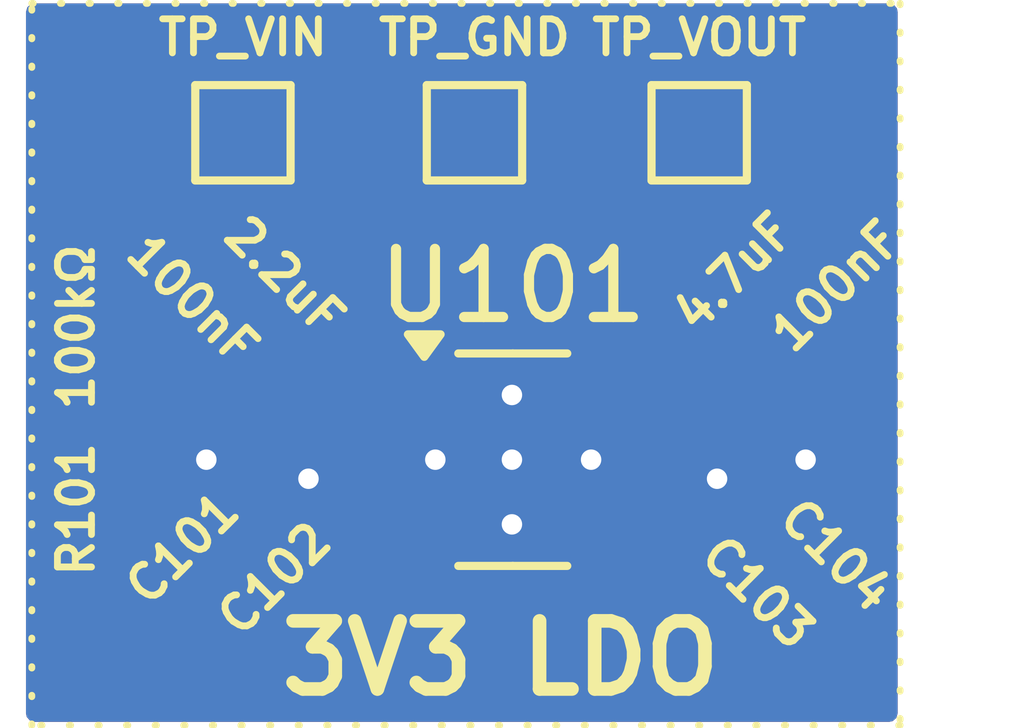
<source format=kicad_pcb>
(kicad_pcb (version 20241229) (generator "pcbnew") (generator_version "9.0")
  (layers (0 "F.Cu" signal) (2 "B.Cu" signal) (13 "F.Paste" user) (15 "B.Paste" user) (5 "F.SilkS" user "F.Silkscreen") (7 "B.SilkS" user "B.Silkscreen") (1 "F.Mask" user) (3 "B.Mask" user) (25 "Edge.Cuts" user))
  (net 0 "")
  (net 1 "VOUT")
  (net 2 "GND")
  (net 3 "VIN")
  (net 4 "EN")
  (net 5 "unconnected-(U101-NC-Pad4)")
  (footprint "PCM_JLCPCB:C_0603" (layer "F.Cu") (at 147.3125 177.6 -90)
    (property "Reference" "C102" (at 2.25 0.5 45) (layer "F.SilkS") (effects (font (size 0.5 0.5) (thickness 0.1) (bold yes))))
    (property "Value" "2.2uF" (at -2.2 0.35 135) (layer "F.SilkS") (effects (font (size 0.5 0.5) (thickness 0.1))))
    (pad "1" smd roundrect (at -0.78 0 270) (size 0.9 0.95) (layers "F.Cu" "F.Mask" "F.Paste") (net 3 "VIN"))
    (pad "2" smd roundrect (at 0.78 0 270) (size 0.9 0.95) (layers "F.Cu" "F.Mask" "F.Paste") (net 2 "GND"))
  )
  (footprint "TestPoint:TestPoint_Pad_1.0x1.0mm" (layer "F.Cu") (at 153.05 173.3)
    (property "Reference" "TP102")
    (property "Value" "TP_VOUT" (at 0 -1.4 0) (layer "F.SilkS") (effects (font (size 0.5 0.5) (thickness 0.1))))
    (fp_line (start -0.7 -0.7) (end 0.7 -0.7) (stroke (width 0.12)) (layer "F.SilkS"))
    (fp_line (start -0.7 0.7) (end -0.7 -0.7) (stroke (width 0.12)) (layer "F.SilkS"))
    (fp_line (start 0.7 -0.7) (end 0.7 0.7) (stroke (width 0.12)) (layer "F.SilkS"))
    (fp_line (start 0.7 0.7) (end -0.7 0.7) (stroke (width 0.12)) (layer "F.SilkS"))
    (pad "1" smd rect (at 0 0) (size 1 1) (layers "F.Cu" "F.Mask") (net 1 "VOUT"))
  )
  (footprint "TestPoint:TestPoint_Pad_1.0x1.0mm" (layer "F.Cu") (at 146.35 173.3)
    (property "Reference" "TP101")
    (property "Value" "TP_VIN" (at 0 -1.4 180) (layer "F.SilkS") (effects (font (size 0.5 0.5) (thickness 0.1))))
    (fp_line (start -0.7 -0.7) (end 0.7 -0.7) (stroke (width 0.12)) (layer "F.SilkS"))
    (fp_line (start -0.7 0.7) (end -0.7 -0.7) (stroke (width 0.12)) (layer "F.SilkS"))
    (fp_line (start 0.7 -0.7) (end 0.7 0.7) (stroke (width 0.12)) (layer "F.SilkS"))
    (fp_line (start 0.7 0.7) (end -0.7 0.7) (stroke (width 0.12)) (layer "F.SilkS"))
    (pad "1" smd rect (at 0 0) (size 1 1) (layers "F.Cu" "F.Mask") (net 3 "VIN"))
  )
  (footprint "Package_TO_SOT_SMD:SOT-23-5" (layer "F.Cu") (at 150.3125 178.1)
    (property "Reference" "U101" (at 0 -2.55 0) (layer "F.SilkS"))
    (property "Value" "TLV70033_SOT23-5")
    (fp_line (start 0 -1.56) (end -0.8 -1.56) (stroke (width 0.12)) (layer "F.SilkS"))
    (fp_line (start 0 -1.56) (end 0.8 -1.56) (stroke (width 0.12)) (layer "F.SilkS"))
    (fp_line (start 0 1.56) (end -0.8 1.56) (stroke (width 0.12)) (layer "F.SilkS"))
    (fp_line (start 0 1.56) (end 0.8 1.56) (stroke (width 0.12)) (layer "F.SilkS"))
    (fp_poly (pts (xy -1.3 -1.51) (xy -1.54 -1.84) (xy -1.06 -1.84)) (stroke (width 0.12)) (fill yes) (layer "F.SilkS"))
    (pad "1" smd roundrect (at -1.1375 -0.95) (size 1.325 0.6) (layers "F.Cu" "F.Mask" "F.Paste") (net 3 "VIN"))
    (pad "2" smd roundrect (at -1.1375 0) (size 1.325 0.6) (layers "F.Cu" "F.Mask" "F.Paste") (net 2 "GND"))
    (pad "3" smd roundrect (at -1.1375 0.95) (size 1.325 0.6) (layers "F.Cu" "F.Mask" "F.Paste") (net 4 "EN"))
    (pad "4" smd roundrect (at 1.1375 0.95) (size 1.325 0.6) (layers "F.Cu" "F.Mask" "F.Paste") (net 5 "unconnected-(U101-NC-Pad4)"))
    (pad "5" smd roundrect (at 1.1375 -0.95) (size 1.325 0.6) (layers "F.Cu" "F.Mask" "F.Paste") (net 1 "VOUT"))
  )
  (footprint "TestPoint:TestPoint_Pad_1.0x1.0mm" (layer "F.Cu") (at 149.75 173.3)
    (property "Reference" "TP103")
    (property "Value" "TP_GND" (at 0 -1.4 0) (layer "F.SilkS") (effects (font (size 0.5 0.5) (thickness 0.1) (bold yes))))
    (fp_line (start -0.7 -0.7) (end 0.7 -0.7) (stroke (width 0.12)) (layer "F.SilkS"))
    (fp_line (start -0.7 0.7) (end -0.7 -0.7) (stroke (width 0.12)) (layer "F.SilkS"))
    (fp_line (start 0.7 -0.7) (end 0.7 0.7) (stroke (width 0.12)) (layer "F.SilkS"))
    (fp_line (start 0.7 0.7) (end -0.7 0.7) (stroke (width 0.12)) (layer "F.SilkS"))
    (pad "1" smd rect (at 0 0) (size 1 1) (layers "F.Cu" "F.Mask") (net 2 "GND"))
  )
  (footprint "PCM_JLCPCB:C_0402" (layer "F.Cu") (at 154.6125 177.6 -90)
    (property "Reference" "C104" (at 1.9 -0.45 135) (layer "F.SilkS") (effects (font (size 0.5 0.5) (thickness 0.1))))
    (property "Value" "100nF" (at -2.05 -0.45 225) (layer "F.SilkS") (effects (font (size 0.5 0.5) (thickness 0.1))))
    (pad "1" smd roundrect (at -0.499999 0 270) (size 0.56 0.62) (layers "F.Cu" "F.Mask" "F.Paste") (net 1 "VOUT"))
    (pad "2" smd roundrect (at 0.499999 0 270) (size 0.56 0.62) (layers "F.Cu" "F.Mask" "F.Paste") (net 2 "GND"))
  )
  (footprint "PCM_JLCPCB:C_0402" (layer "F.Cu") (at 145.8125 177.6 -90)
    (property "Reference" "C101" (at 1.8 0.35 45) (layer "F.SilkS") (effects (font (size 0.5 0.5) (thickness 0.1))))
    (property "Value" "100nF" (at -1.85 0.2 135) (layer "F.SilkS") (effects (font (size 0.5 0.5) (thickness 0.1))))
    (pad "1" smd roundrect (at -0.499999 0 270) (size 0.56 0.62) (layers "F.Cu" "F.Mask" "F.Paste") (net 3 "VIN"))
    (pad "2" smd roundrect (at 0.499999 0 270) (size 0.56 0.62) (layers "F.Cu" "F.Mask" "F.Paste") (net 2 "GND"))
  )
  (footprint "PCM_JLCPCB:C_0603" (layer "F.Cu") (at 153.3125 177.6 -90)
    (property "Reference" "C103" (at 2.45 -0.600001 135) (layer "F.SilkS") (effects (font (size 0.5 0.5) (thickness 0.1))))
    (property "Value" "4.7uF" (at -2.25 -0.25 225) (layer "F.SilkS") (effects (font (size 0.5 0.5) (thickness 0.1))))
    (pad "1" smd roundrect (at -0.78 0 270) (size 0.9 0.95) (layers "F.Cu" "F.Mask" "F.Paste") (net 1 "VOUT"))
    (pad "2" smd roundrect (at 0.78 0 270) (size 0.9 0.95) (layers "F.Cu" "F.Mask" "F.Paste") (net 2 "GND"))
  )
  (footprint "PCM_JLCPCB:R_0402" (layer "F.Cu") (at 144.6 177.600001 -90)
    (property "Reference" "R101" (at 0.199999 0.7 270) (layer "F.SilkS") (effects (font (size 0.5 0.5) (thickness 0.1) (bold yes)) (justify right)))
    (property "Value" "100kΩ" (at -1.450001 0.7 90) (layer "F.SilkS") (effects (font (size 0.5 0.5) (thickness 0.1) (bold yes))))
    (pad "1" smd roundrect (at -0.499999 0 270) (size 0.56 0.62) (layers "F.Cu" "F.Mask" "F.Paste") (net 3 "VIN"))
    (pad "2" smd roundrect (at 0.499999 0 270) (size 0.56 0.62) (layers "F.Cu" "F.Mask" "F.Paste") (net 4 "EN"))
  )
  (gr_line (start 153.9 178.1) (end 153.3 178.35) (stroke (width 0.6)) (layer "F.Cu") (net 2))
  (gr_line (start 154.6125 178.1) (end 153.9 178.1) (stroke (width 0.6)) (layer "F.Cu") (net 2))
  (gr_line (start 147.9 178.1) (end 147.9 178.1) (stroke (width 0.6)) (layer "F.Cu") (net 2))
  (gr_line (start 149.2 177.1) (end 147.9 177.1) (stroke (width 0.6)) (layer "F.Cu") (net 3))
  (gr_line (start 147.9 178.1) (end 147.3125 178.4) (stroke (width 0.6)) (layer "F.Cu") (net 2))
  (gr_line (start 154.6125 177.1) (end 153.9 177.1) (stroke (width 0.6)) (layer "F.Cu") (net 1))
  (gr_line (start 152.7 177.1) (end 151.45 177.1) (stroke (width 0.6)) (layer "F.Cu") (net 1))
  (gr_line (start 147.3 176.7) (end 146.7 177.1) (stroke (width 0.6)) (layer "F.Cu") (net 3))
  (gr_line (start 153.9 177.1) (end 153.3125 176.8) (stroke (width 0.6)) (layer "F.Cu") (net 1))
  (gr_line (start 152.7 178.1) (end 147.9 178.1) (stroke (width 0.6)) (layer "F.Cu") (net 2))
  (gr_line (start 153.3125 176.8) (end 152.7 177.1) (stroke (width 0.6)) (layer "F.Cu") (net 1))
  (gr_line (start 153.3 178.35) (end 152.7 178.1) (stroke (width 0.6)) (layer "F.Cu") (net 2))
  (gr_line (start 146.7 178.1) (end 145.75 178.1) (stroke (width 0.6)) (layer "F.Cu") (net 2))
  (gr_line (start 146.7 177.1) (end 145.8125 177.1) (stroke (width 0.6)) (layer "F.Cu") (net 3))
  (gr_line (start 147.3125 178.4) (end 146.7 178.1) (stroke (width 0.6)) (layer "F.Cu") (net 2))
  (gr_line (start 147.9 177.1) (end 147.3 176.7) (stroke (width 0.6)) (layer "F.Cu") (net 3))
  (gr_rect (start 143.25 171.4) (end 156 182) (stroke (width 0.1) (type dot)) (fill no) (layer "F.SilkS"))
  (gr_text "3V3 LDO" (at 146.8125 181.6 0) (layer "F.SilkS") (effects (font (size 1 1) (thickness 0.2) (bold yes)) (justify left bottom)))
  (segment (start 153.3125 176.82) (end 153.3125 173.5625) (width 0.6) (layer "F.Cu") (net 1))
  (segment (start 153.3125 173.5625) (end 153.05 173.3) (width 0.6) (layer "F.Cu") (net 1))
  (segment (start 150.3 179.05) (end 150.3 177.15) (width 0.5) (layer "F.Cu") (net 2))
  (via (at 151.4625 178.1) (size 0.6) (drill 0.3) (layers "F.Cu" "B.Cu") (net 2))
  (via (at 145.8125 178.099999) (size 0.6) (drill 0.3) (layers "F.Cu" "B.Cu") (net 2))
  (via (at 150.3 177.15) (size 0.5) (drill 0.3) (layers "F.Cu" "B.Cu") (net 2))
  (via (at 150.3 178.1) (size 0.5) (drill 0.3) (layers "F.Cu" "B.Cu") (net 2))
  (via (at 149.175 178.1) (size 0.6) (drill 0.3) (layers "F.Cu" "B.Cu") (net 2))
  (via (at 147.3125 178.38) (size 0.6) (drill 0.3) (layers "F.Cu" "B.Cu") (net 2))
  (via (at 153.3125 178.38) (size 0.6) (drill 0.3) (layers "F.Cu" "B.Cu") (net 2))
  (via (at 154.6125 178.099999) (size 0.6) (drill 0.3) (layers "F.Cu" "B.Cu") (net 2))
  (via (at 150.3 179.05) (size 0.5) (drill 0.3) (layers "F.Cu" "B.Cu") (net 2))
  (segment (start 147.3125 176.82) (end 147.3125 174.2625) (width 0.6) (layer "F.Cu") (net 3))
  (segment (start 145.8125 177.100001) (end 144.6 177.100002) (width 0.6) (layer "F.Cu") (net 3))
  (segment (start 147.3125 174.2625) (end 146.35 173.3) (width 0.6) (layer "F.Cu") (net 3))
  (segment (start 145.85 179.35) (end 148.875 179.35) (width 0.2) (layer "F.Cu") (net 4))
  (segment (start 149.175 179.05) (end 148.820532 179.05) (width 0.2) (layer "F.Cu") (net 4))
  (segment (start 148.875 179.35) (end 149.175 179.05) (width 0.2) (layer "F.Cu") (net 4))
  (segment (start 144.6 178.1) (end 145.85 179.35) (width 0.2) (layer "F.Cu") (net 4))
  (segment (start 151.45 178.8) (end 151.45 178.4) (width 1.2) (layer "F.Cu") (net 5))
  (zone (net 2) (net_name "GND") (layers "F.Cu" "B.Cu") (connect_pads (clearance 0.5)) (min_thickness 0.25) (fill yes (thermal_gap 0.5) (thermal_bridge_width 0.5))
    (polygon (pts (xy 155.964261 171.4) (xy 143.164261 171.4) (xy 143.164261 181.95) (xy 155.964261 181.95)))
  )
)
</source>
